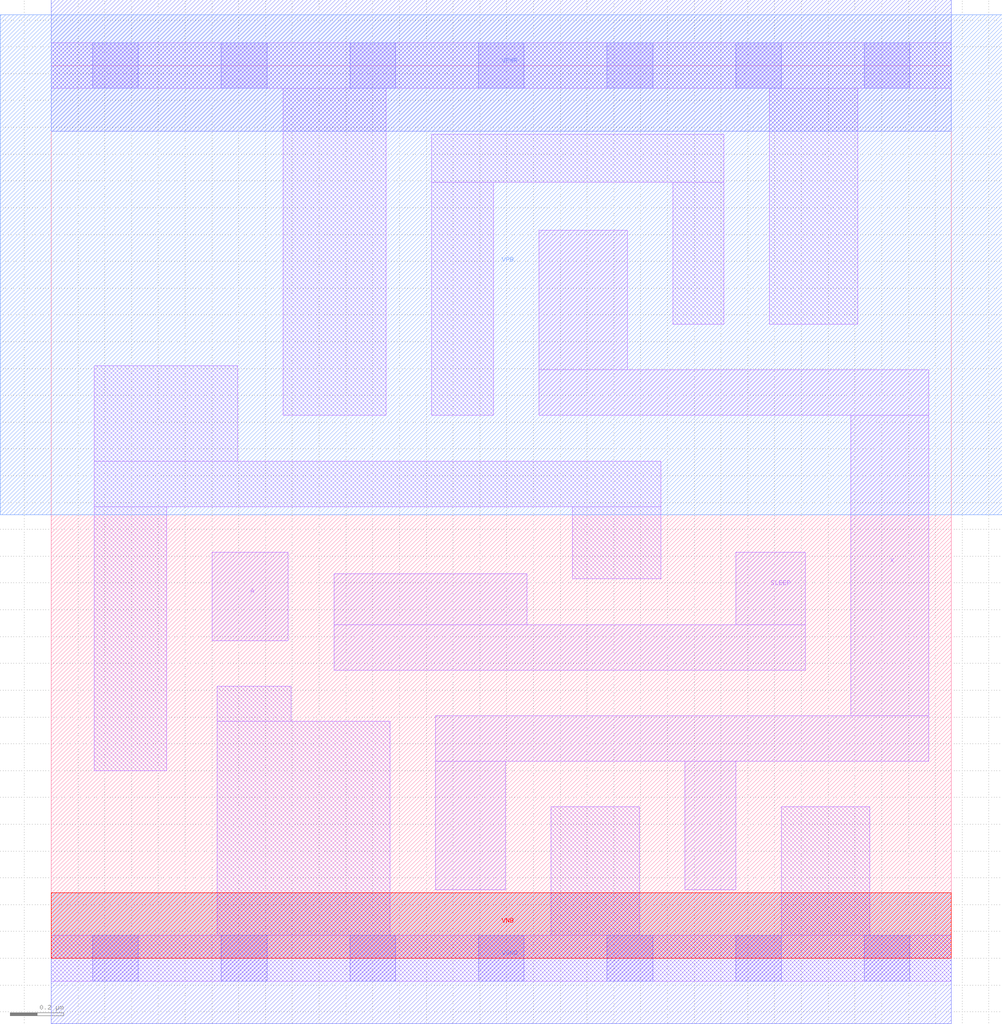
<source format=lef>
# Copyright 2020 The SkyWater PDK Authors
#
# Licensed under the Apache License, Version 2.0 (the "License");
# you may not use this file except in compliance with the License.
# You may obtain a copy of the License at
#
#     https://www.apache.org/licenses/LICENSE-2.0
#
# Unless required by applicable law or agreed to in writing, software
# distributed under the License is distributed on an "AS IS" BASIS,
# WITHOUT WARRANTIES OR CONDITIONS OF ANY KIND, either express or implied.
# See the License for the specific language governing permissions and
# limitations under the License.
#
# SPDX-License-Identifier: Apache-2.0

VERSION 5.7 ;
  NOWIREEXTENSIONATPIN ON ;
  DIVIDERCHAR "/" ;
  BUSBITCHARS "[]" ;
MACRO sky130_fd_sc_lp__isobufsrc_2
  CLASS CORE ;
  FOREIGN sky130_fd_sc_lp__isobufsrc_2 ;
  ORIGIN  0.000000  0.000000 ;
  SIZE  3.360000 BY  3.330000 ;
  SYMMETRY X Y ;
  SITE unit ;
  PIN A
    ANTENNAGATEAREA  0.126000 ;
    DIRECTION INPUT ;
    USE SIGNAL ;
    PORT
      LAYER li1 ;
        RECT 0.600000 1.185000 0.885000 1.515000 ;
    END
  END A
  PIN SLEEP
    ANTENNAGATEAREA  0.630000 ;
    DIRECTION INPUT ;
    USE SIGNAL ;
    PORT
      LAYER li1 ;
        RECT 1.055000 1.075000 2.815000 1.245000 ;
        RECT 1.055000 1.245000 1.775000 1.435000 ;
        RECT 2.555000 1.245000 2.815000 1.515000 ;
    END
  END SLEEP
  PIN X
    ANTENNADIFFAREA  0.823200 ;
    DIRECTION OUTPUT ;
    USE SIGNAL ;
    PORT
      LAYER li1 ;
        RECT 1.435000 0.255000 1.695000 0.735000 ;
        RECT 1.435000 0.735000 3.275000 0.905000 ;
        RECT 1.820000 2.025000 3.275000 2.195000 ;
        RECT 1.820000 2.195000 2.150000 2.715000 ;
        RECT 2.365000 0.255000 2.555000 0.735000 ;
        RECT 2.985000 0.905000 3.275000 2.025000 ;
    END
  END X
  PIN VGND
    DIRECTION INOUT ;
    USE GROUND ;
    PORT
      LAYER met1 ;
        RECT 0.000000 -0.245000 3.360000 0.245000 ;
    END
  END VGND
  PIN VNB
    DIRECTION INOUT ;
    USE GROUND ;
    PORT
      LAYER pwell ;
        RECT 0.000000 0.000000 3.360000 0.245000 ;
    END
  END VNB
  PIN VPB
    DIRECTION INOUT ;
    USE POWER ;
    PORT
      LAYER nwell ;
        RECT -0.190000 1.655000 3.550000 3.520000 ;
    END
  END VPB
  PIN VPWR
    DIRECTION INOUT ;
    USE POWER ;
    PORT
      LAYER met1 ;
        RECT 0.000000 3.085000 3.360000 3.575000 ;
    END
  END VPWR
  OBS
    LAYER li1 ;
      RECT 0.000000 -0.085000 3.360000 0.085000 ;
      RECT 0.000000  3.245000 3.360000 3.415000 ;
      RECT 0.160000  0.700000 0.430000 1.685000 ;
      RECT 0.160000  1.685000 2.275000 1.855000 ;
      RECT 0.160000  1.855000 0.695000 2.210000 ;
      RECT 0.620000  0.085000 1.265000 0.885000 ;
      RECT 0.620000  0.885000 0.895000 1.015000 ;
      RECT 0.865000  2.025000 1.250000 3.245000 ;
      RECT 1.420000  2.025000 1.650000 2.895000 ;
      RECT 1.420000  2.895000 2.510000 3.075000 ;
      RECT 1.865000  0.085000 2.195000 0.565000 ;
      RECT 1.945000  1.415000 2.275000 1.685000 ;
      RECT 2.320000  2.365000 2.510000 2.895000 ;
      RECT 2.680000  2.365000 3.010000 3.245000 ;
      RECT 2.725000  0.085000 3.055000 0.565000 ;
    LAYER mcon ;
      RECT 0.155000 -0.085000 0.325000 0.085000 ;
      RECT 0.155000  3.245000 0.325000 3.415000 ;
      RECT 0.635000 -0.085000 0.805000 0.085000 ;
      RECT 0.635000  3.245000 0.805000 3.415000 ;
      RECT 1.115000 -0.085000 1.285000 0.085000 ;
      RECT 1.115000  3.245000 1.285000 3.415000 ;
      RECT 1.595000 -0.085000 1.765000 0.085000 ;
      RECT 1.595000  3.245000 1.765000 3.415000 ;
      RECT 2.075000 -0.085000 2.245000 0.085000 ;
      RECT 2.075000  3.245000 2.245000 3.415000 ;
      RECT 2.555000 -0.085000 2.725000 0.085000 ;
      RECT 2.555000  3.245000 2.725000 3.415000 ;
      RECT 3.035000 -0.085000 3.205000 0.085000 ;
      RECT 3.035000  3.245000 3.205000 3.415000 ;
  END
END sky130_fd_sc_lp__isobufsrc_2
END LIBRARY

</source>
